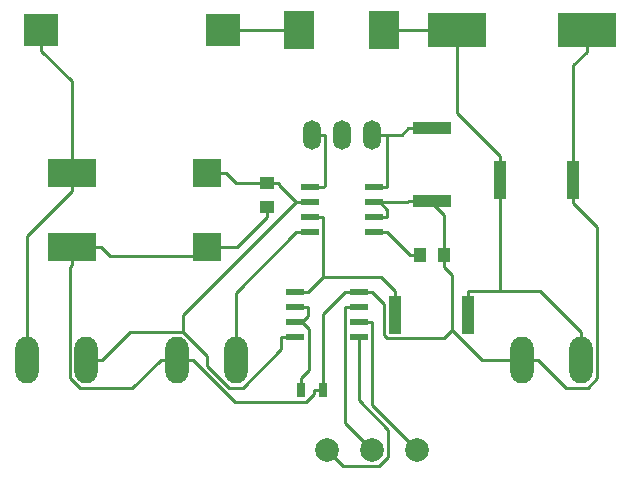
<source format=gbr>
G04 #@! TF.FileFunction,Copper,L1,Top,Signal*
%FSLAX46Y46*%
G04 Gerber Fmt 4.6, Leading zero omitted, Abs format (unit mm)*
G04 Created by KiCad (PCBNEW 4.0.0-rc1-stable) date 09/10/2015 2:09:20 PM*
%MOMM*%
G01*
G04 APERTURE LIST*
%ADD10C,0.100000*%
%ADD11R,4.130000X2.370000*%
%ADD12R,1.250000X1.000000*%
%ADD13R,1.000000X1.250000*%
%ADD14R,2.430000X2.370000*%
%ADD15R,0.700000X1.300000*%
%ADD16R,1.000000X3.200000*%
%ADD17R,3.200000X1.000000*%
%ADD18R,1.550000X0.600000*%
%ADD19O,1.501140X2.499360*%
%ADD20O,1.981200X3.962400*%
%ADD21R,2.920000X2.790000*%
%ADD22R,5.000000X3.000000*%
%ADD23R,2.600000X3.200000*%
%ADD24C,1.998980*%
%ADD25C,0.250000*%
G04 APERTURE END LIST*
D10*
D11*
X119380000Y-118690000D03*
X119380000Y-112450000D03*
D12*
X135890000Y-113300000D03*
X135890000Y-115300000D03*
D13*
X148860000Y-119380000D03*
X150860000Y-119380000D03*
D14*
X130810000Y-118690000D03*
X130810000Y-112450000D03*
D15*
X138750000Y-130810000D03*
X140650000Y-130810000D03*
D16*
X152960000Y-124460000D03*
X146760000Y-124460000D03*
D17*
X149860000Y-108660000D03*
X149860000Y-114860000D03*
D18*
X139540000Y-113665000D03*
X139540000Y-114935000D03*
X139540000Y-116205000D03*
X139540000Y-117475000D03*
X144940000Y-117475000D03*
X144940000Y-116205000D03*
X144940000Y-114935000D03*
X144940000Y-113665000D03*
D19*
X142240000Y-109220000D03*
X139700000Y-109220000D03*
X144780000Y-109220000D03*
D20*
X115570000Y-128270000D03*
X120570000Y-128270000D03*
X128270000Y-128270000D03*
X133270000Y-128270000D03*
X157480000Y-128270000D03*
X162480000Y-128270000D03*
D21*
X132145000Y-100330000D03*
X116775000Y-100330000D03*
D22*
X151980000Y-100330000D03*
X162980000Y-100330000D03*
D23*
X138640000Y-100330000D03*
X145840000Y-100330000D03*
D16*
X155650000Y-113030000D03*
X161850000Y-113030000D03*
D24*
X140970000Y-135890000D03*
X148590000Y-135890000D03*
X144780000Y-135890000D03*
D18*
X143670000Y-126365000D03*
X143670000Y-125095000D03*
X143670000Y-123825000D03*
X143670000Y-122555000D03*
X138270000Y-122555000D03*
X138270000Y-123825000D03*
X138270000Y-125095000D03*
X138270000Y-126365000D03*
D25*
X147809700Y-114935000D02*
X147884700Y-114860000D01*
X145965200Y-114935000D02*
X147809700Y-114935000D01*
X135890000Y-115300000D02*
X135890000Y-116175300D01*
X133375300Y-118690000D02*
X130810000Y-118690000D01*
X135890000Y-116175300D02*
X133375300Y-118690000D01*
X130810000Y-118690000D02*
X130810000Y-119470100D01*
X119380000Y-118690000D02*
X121820300Y-118690000D01*
X144940000Y-114935000D02*
X145452600Y-114935000D01*
X145452600Y-114935000D02*
X145965200Y-114935000D01*
X146090300Y-115572700D02*
X146090300Y-116205000D01*
X145452600Y-114935000D02*
X146090300Y-115572700D01*
X144940000Y-116205000D02*
X146090300Y-116205000D01*
X162980000Y-100330000D02*
X162980000Y-102205300D01*
X161850000Y-103335300D02*
X161850000Y-113030000D01*
X162980000Y-102205300D02*
X161850000Y-103335300D01*
X161211500Y-130635600D02*
X158845900Y-128270000D01*
X163076300Y-130635600D02*
X161211500Y-130635600D01*
X163867700Y-129844200D02*
X163076300Y-130635600D01*
X163867700Y-117023000D02*
X163867700Y-129844200D01*
X161850000Y-115005300D02*
X163867700Y-117023000D01*
X161850000Y-113030000D02*
X161850000Y-115005300D01*
X157480000Y-128270000D02*
X158845900Y-128270000D01*
X122600400Y-119470100D02*
X121820300Y-118690000D01*
X130810000Y-119470100D02*
X122600400Y-119470100D01*
X119380000Y-118690000D02*
X119380000Y-120250300D01*
X143670000Y-122555000D02*
X142519700Y-122555000D01*
X119195800Y-120434500D02*
X119380000Y-120250300D01*
X119195800Y-129821200D02*
X119195800Y-120434500D01*
X120043000Y-130668400D02*
X119195800Y-129821200D01*
X124505700Y-130668400D02*
X120043000Y-130668400D01*
X126904100Y-128270000D02*
X124505700Y-130668400D01*
X128270000Y-128270000D02*
X126904100Y-128270000D01*
X143670000Y-122555000D02*
X144820300Y-122555000D01*
X128270000Y-128270000D02*
X129635900Y-128270000D01*
X140650000Y-124424700D02*
X140650000Y-130810000D01*
X142519700Y-122555000D02*
X140650000Y-124424700D01*
X133217700Y-131851800D02*
X129635900Y-128270000D01*
X139245500Y-131851800D02*
X133217700Y-131851800D01*
X139924700Y-131172600D02*
X139245500Y-131851800D01*
X139924700Y-130810000D02*
X139924700Y-131172600D01*
X140650000Y-130810000D02*
X139924700Y-130810000D01*
X154138800Y-128270000D02*
X151583800Y-125715000D01*
X157480000Y-128270000D02*
X154138800Y-128270000D01*
X145779700Y-123514400D02*
X144820300Y-122555000D01*
X145779700Y-126173000D02*
X145779700Y-123514400D01*
X146042100Y-126435400D02*
X145779700Y-126173000D01*
X150863400Y-126435400D02*
X146042100Y-126435400D01*
X151583800Y-125715000D02*
X150863400Y-126435400D01*
X151583800Y-121104100D02*
X150860000Y-120380300D01*
X151583800Y-125715000D02*
X151583800Y-121104100D01*
X150860000Y-119380000D02*
X150860000Y-120380300D01*
X149860000Y-114860000D02*
X149672600Y-114860000D01*
X149672600Y-114860000D02*
X147884700Y-114860000D01*
X150860000Y-116047400D02*
X150860000Y-119380000D01*
X149672600Y-114860000D02*
X150860000Y-116047400D01*
X146090300Y-117485600D02*
X147984700Y-119380000D01*
X146090300Y-117475000D02*
X146090300Y-117485600D01*
X148860000Y-119380000D02*
X147984700Y-119380000D01*
X144940000Y-117475000D02*
X146090300Y-117475000D01*
X138270000Y-125095000D02*
X138845200Y-125095000D01*
X138270000Y-123825000D02*
X139420300Y-123825000D01*
X139420300Y-124519900D02*
X139420300Y-123825000D01*
X138845200Y-125095000D02*
X139420300Y-124519900D01*
X138750000Y-130810000D02*
X138750000Y-129784700D01*
X139443000Y-129091700D02*
X138750000Y-129784700D01*
X139443000Y-125692800D02*
X139443000Y-129091700D01*
X138845200Y-125095000D02*
X139443000Y-125692800D01*
X138270000Y-122555000D02*
X139420300Y-122555000D01*
X139540000Y-116205000D02*
X140690300Y-116205000D01*
X146760000Y-124460000D02*
X146760000Y-122484700D01*
X145560300Y-121285000D02*
X146760000Y-122484700D01*
X140690300Y-121285000D02*
X145560300Y-121285000D01*
X139420300Y-122555000D02*
X140690300Y-121285000D01*
X140690300Y-121285000D02*
X140690300Y-116205000D01*
X119380000Y-104705300D02*
X119380000Y-112450000D01*
X116775000Y-102100300D02*
X119380000Y-104705300D01*
X116775000Y-100330000D02*
X116775000Y-102100300D01*
X115570000Y-117820300D02*
X119380000Y-114010300D01*
X115570000Y-128270000D02*
X115570000Y-117820300D01*
X119380000Y-112450000D02*
X119380000Y-114010300D01*
X133250300Y-113300000D02*
X132400300Y-112450000D01*
X135890000Y-113300000D02*
X133250300Y-113300000D01*
X130810000Y-112450000D02*
X132400300Y-112450000D01*
X120570000Y-128270000D02*
X121935900Y-128270000D01*
X138270000Y-126365000D02*
X137119700Y-126365000D01*
X139540000Y-114935000D02*
X138389700Y-114935000D01*
X124306400Y-125899500D02*
X128825300Y-125899500D01*
X121935900Y-128270000D02*
X124306400Y-125899500D01*
X137119700Y-127396600D02*
X137119700Y-126365000D01*
X133888200Y-130628100D02*
X137119700Y-127396600D01*
X132701700Y-130628100D02*
X133888200Y-130628100D01*
X130855000Y-128781400D02*
X132701700Y-130628100D01*
X130855000Y-127929200D02*
X130855000Y-128781400D01*
X128825300Y-125899500D02*
X130855000Y-127929200D01*
X128825300Y-124499400D02*
X138389700Y-114935000D01*
X128825300Y-125899500D02*
X128825300Y-124499400D01*
X135890000Y-113300000D02*
X136890300Y-113300000D01*
X136890300Y-113435600D02*
X136890300Y-113300000D01*
X138389700Y-114935000D02*
X136890300Y-113435600D01*
X162480000Y-128270000D02*
X162480000Y-125913500D01*
X155609200Y-122484700D02*
X155650000Y-122443900D01*
X152960000Y-122484700D02*
X155609200Y-122484700D01*
X159010400Y-122443900D02*
X162480000Y-125913500D01*
X155650000Y-122443900D02*
X159010400Y-122443900D01*
X155650000Y-113030000D02*
X155650000Y-122443900D01*
X152960000Y-124460000D02*
X152960000Y-122484700D01*
X151980000Y-107384700D02*
X155650000Y-111054700D01*
X151980000Y-100330000D02*
X151980000Y-107384700D01*
X155650000Y-113030000D02*
X155650000Y-111054700D01*
X145840000Y-100330000D02*
X151980000Y-100330000D01*
X138640000Y-100330000D02*
X132145000Y-100330000D01*
X143670000Y-125095000D02*
X144820300Y-125095000D01*
X144820300Y-132120300D02*
X144820300Y-125095000D01*
X148590000Y-135890000D02*
X144820300Y-132120300D01*
X143670000Y-131677700D02*
X143670000Y-126365000D01*
X146174200Y-134181900D02*
X143670000Y-131677700D01*
X146174200Y-136459900D02*
X146174200Y-134181900D01*
X145365000Y-137269100D02*
X146174200Y-136459900D01*
X142349100Y-137269100D02*
X145365000Y-137269100D01*
X140970000Y-135890000D02*
X142349100Y-137269100D01*
X133270000Y-122594700D02*
X138389700Y-117475000D01*
X133270000Y-128270000D02*
X133270000Y-122594700D01*
X139540000Y-117475000D02*
X138389700Y-117475000D01*
X140825900Y-113529400D02*
X140690300Y-113665000D01*
X140825900Y-109220000D02*
X140825900Y-113529400D01*
X139540000Y-113665000D02*
X140690300Y-113665000D01*
X139700000Y-109220000D02*
X140825900Y-109220000D01*
X149860000Y-108660000D02*
X147884700Y-108660000D01*
X144940000Y-113665000D02*
X146090300Y-113665000D01*
X146090300Y-109220000D02*
X146090300Y-113665000D01*
X144780000Y-109220000D02*
X146090300Y-109220000D01*
X147324700Y-109220000D02*
X147884700Y-108660000D01*
X146090300Y-109220000D02*
X147324700Y-109220000D01*
X142519700Y-133629700D02*
X142519700Y-123825000D01*
X144780000Y-135890000D02*
X142519700Y-133629700D01*
X143670000Y-123825000D02*
X142519700Y-123825000D01*
M02*

</source>
